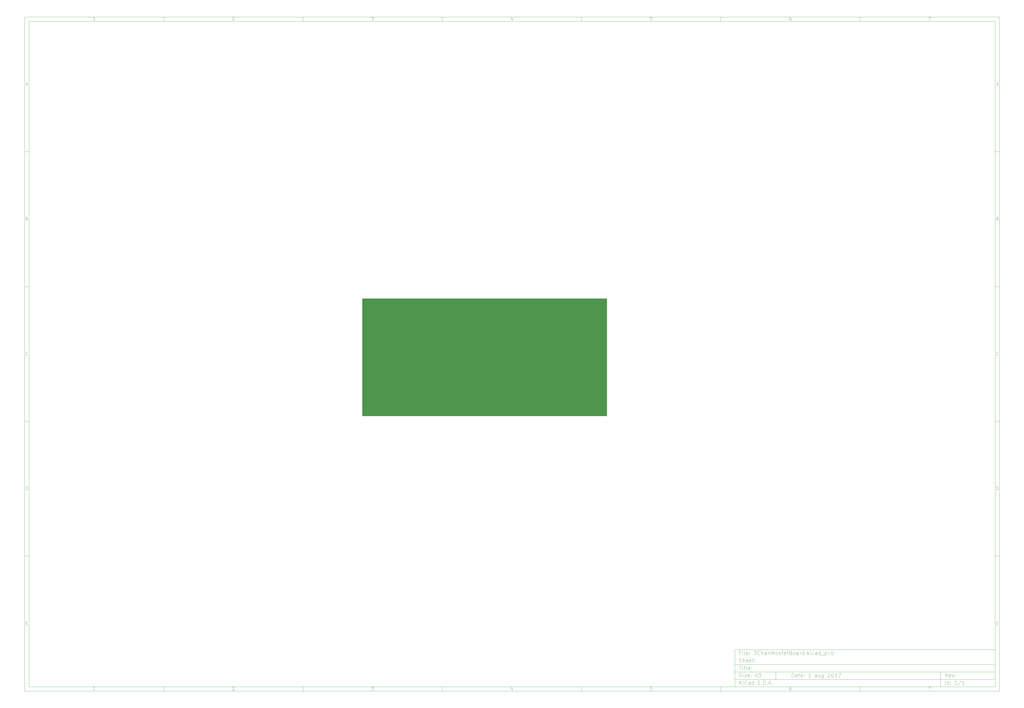
<source format=gbr>
G04 (created by PCBNEW (2013-jul-07)-stable) date Tue 01 Aug 2017 10:55:42 AM PDT*
%MOIN*%
G04 Gerber Fmt 3.4, Leading zero omitted, Abs format*
%FSLAX34Y34*%
G01*
G70*
G90*
G04 APERTURE LIST*
%ADD10C,0.00393701*%
%ADD11C,0.01*%
G04 APERTURE END LIST*
G54D10*
X4000Y-4000D02*
X161350Y-4000D01*
X161350Y-112930D01*
X4000Y-112930D01*
X4000Y-4000D01*
X4700Y-4700D02*
X160650Y-4700D01*
X160650Y-112230D01*
X4700Y-112230D01*
X4700Y-4700D01*
X26470Y-4000D02*
X26470Y-4700D01*
X15382Y-4552D02*
X15097Y-4552D01*
X15240Y-4552D02*
X15240Y-4052D01*
X15192Y-4123D01*
X15144Y-4171D01*
X15097Y-4195D01*
X26470Y-112930D02*
X26470Y-112230D01*
X15382Y-112782D02*
X15097Y-112782D01*
X15240Y-112782D02*
X15240Y-112282D01*
X15192Y-112353D01*
X15144Y-112401D01*
X15097Y-112425D01*
X48940Y-4000D02*
X48940Y-4700D01*
X37567Y-4100D02*
X37590Y-4076D01*
X37638Y-4052D01*
X37757Y-4052D01*
X37805Y-4076D01*
X37829Y-4100D01*
X37852Y-4147D01*
X37852Y-4195D01*
X37829Y-4266D01*
X37543Y-4552D01*
X37852Y-4552D01*
X48940Y-112930D02*
X48940Y-112230D01*
X37567Y-112330D02*
X37590Y-112306D01*
X37638Y-112282D01*
X37757Y-112282D01*
X37805Y-112306D01*
X37829Y-112330D01*
X37852Y-112377D01*
X37852Y-112425D01*
X37829Y-112496D01*
X37543Y-112782D01*
X37852Y-112782D01*
X71410Y-4000D02*
X71410Y-4700D01*
X60013Y-4052D02*
X60322Y-4052D01*
X60156Y-4242D01*
X60227Y-4242D01*
X60275Y-4266D01*
X60299Y-4290D01*
X60322Y-4338D01*
X60322Y-4457D01*
X60299Y-4504D01*
X60275Y-4528D01*
X60227Y-4552D01*
X60084Y-4552D01*
X60037Y-4528D01*
X60013Y-4504D01*
X71410Y-112930D02*
X71410Y-112230D01*
X60013Y-112282D02*
X60322Y-112282D01*
X60156Y-112472D01*
X60227Y-112472D01*
X60275Y-112496D01*
X60299Y-112520D01*
X60322Y-112568D01*
X60322Y-112687D01*
X60299Y-112734D01*
X60275Y-112758D01*
X60227Y-112782D01*
X60084Y-112782D01*
X60037Y-112758D01*
X60013Y-112734D01*
X93880Y-4000D02*
X93880Y-4700D01*
X82745Y-4219D02*
X82745Y-4552D01*
X82626Y-4028D02*
X82507Y-4385D01*
X82816Y-4385D01*
X93880Y-112930D02*
X93880Y-112230D01*
X82745Y-112449D02*
X82745Y-112782D01*
X82626Y-112258D02*
X82507Y-112615D01*
X82816Y-112615D01*
X116350Y-4000D02*
X116350Y-4700D01*
X105239Y-4052D02*
X105000Y-4052D01*
X104977Y-4290D01*
X105000Y-4266D01*
X105048Y-4242D01*
X105167Y-4242D01*
X105215Y-4266D01*
X105239Y-4290D01*
X105262Y-4338D01*
X105262Y-4457D01*
X105239Y-4504D01*
X105215Y-4528D01*
X105167Y-4552D01*
X105048Y-4552D01*
X105000Y-4528D01*
X104977Y-4504D01*
X116350Y-112930D02*
X116350Y-112230D01*
X105239Y-112282D02*
X105000Y-112282D01*
X104977Y-112520D01*
X105000Y-112496D01*
X105048Y-112472D01*
X105167Y-112472D01*
X105215Y-112496D01*
X105239Y-112520D01*
X105262Y-112568D01*
X105262Y-112687D01*
X105239Y-112734D01*
X105215Y-112758D01*
X105167Y-112782D01*
X105048Y-112782D01*
X105000Y-112758D01*
X104977Y-112734D01*
X138820Y-4000D02*
X138820Y-4700D01*
X127685Y-4052D02*
X127590Y-4052D01*
X127542Y-4076D01*
X127518Y-4100D01*
X127470Y-4171D01*
X127447Y-4266D01*
X127447Y-4457D01*
X127470Y-4504D01*
X127494Y-4528D01*
X127542Y-4552D01*
X127637Y-4552D01*
X127685Y-4528D01*
X127709Y-4504D01*
X127732Y-4457D01*
X127732Y-4338D01*
X127709Y-4290D01*
X127685Y-4266D01*
X127637Y-4242D01*
X127542Y-4242D01*
X127494Y-4266D01*
X127470Y-4290D01*
X127447Y-4338D01*
X138820Y-112930D02*
X138820Y-112230D01*
X127685Y-112282D02*
X127590Y-112282D01*
X127542Y-112306D01*
X127518Y-112330D01*
X127470Y-112401D01*
X127447Y-112496D01*
X127447Y-112687D01*
X127470Y-112734D01*
X127494Y-112758D01*
X127542Y-112782D01*
X127637Y-112782D01*
X127685Y-112758D01*
X127709Y-112734D01*
X127732Y-112687D01*
X127732Y-112568D01*
X127709Y-112520D01*
X127685Y-112496D01*
X127637Y-112472D01*
X127542Y-112472D01*
X127494Y-112496D01*
X127470Y-112520D01*
X127447Y-112568D01*
X149893Y-4052D02*
X150226Y-4052D01*
X150012Y-4552D01*
X149893Y-112282D02*
X150226Y-112282D01*
X150012Y-112782D01*
X4000Y-25780D02*
X4700Y-25780D01*
X4230Y-14949D02*
X4469Y-14949D01*
X4183Y-15092D02*
X4350Y-14592D01*
X4516Y-15092D01*
X161350Y-25780D02*
X160650Y-25780D01*
X160880Y-14949D02*
X161119Y-14949D01*
X160833Y-15092D02*
X161000Y-14592D01*
X161166Y-15092D01*
X4000Y-47560D02*
X4700Y-47560D01*
X4385Y-36610D02*
X4457Y-36634D01*
X4480Y-36658D01*
X4504Y-36705D01*
X4504Y-36777D01*
X4480Y-36824D01*
X4457Y-36848D01*
X4409Y-36872D01*
X4219Y-36872D01*
X4219Y-36372D01*
X4385Y-36372D01*
X4433Y-36396D01*
X4457Y-36420D01*
X4480Y-36467D01*
X4480Y-36515D01*
X4457Y-36562D01*
X4433Y-36586D01*
X4385Y-36610D01*
X4219Y-36610D01*
X161350Y-47560D02*
X160650Y-47560D01*
X161035Y-36610D02*
X161107Y-36634D01*
X161130Y-36658D01*
X161154Y-36705D01*
X161154Y-36777D01*
X161130Y-36824D01*
X161107Y-36848D01*
X161059Y-36872D01*
X160869Y-36872D01*
X160869Y-36372D01*
X161035Y-36372D01*
X161083Y-36396D01*
X161107Y-36420D01*
X161130Y-36467D01*
X161130Y-36515D01*
X161107Y-36562D01*
X161083Y-36586D01*
X161035Y-36610D01*
X160869Y-36610D01*
X4000Y-69340D02*
X4700Y-69340D01*
X4504Y-58604D02*
X4480Y-58628D01*
X4409Y-58652D01*
X4361Y-58652D01*
X4290Y-58628D01*
X4242Y-58580D01*
X4219Y-58533D01*
X4195Y-58438D01*
X4195Y-58366D01*
X4219Y-58271D01*
X4242Y-58223D01*
X4290Y-58176D01*
X4361Y-58152D01*
X4409Y-58152D01*
X4480Y-58176D01*
X4504Y-58200D01*
X161350Y-69340D02*
X160650Y-69340D01*
X161154Y-58604D02*
X161130Y-58628D01*
X161059Y-58652D01*
X161011Y-58652D01*
X160940Y-58628D01*
X160892Y-58580D01*
X160869Y-58533D01*
X160845Y-58438D01*
X160845Y-58366D01*
X160869Y-58271D01*
X160892Y-58223D01*
X160940Y-58176D01*
X161011Y-58152D01*
X161059Y-58152D01*
X161130Y-58176D01*
X161154Y-58200D01*
X4000Y-91120D02*
X4700Y-91120D01*
X4219Y-80432D02*
X4219Y-79932D01*
X4338Y-79932D01*
X4409Y-79956D01*
X4457Y-80003D01*
X4480Y-80051D01*
X4504Y-80146D01*
X4504Y-80218D01*
X4480Y-80313D01*
X4457Y-80360D01*
X4409Y-80408D01*
X4338Y-80432D01*
X4219Y-80432D01*
X161350Y-91120D02*
X160650Y-91120D01*
X160869Y-80432D02*
X160869Y-79932D01*
X160988Y-79932D01*
X161059Y-79956D01*
X161107Y-80003D01*
X161130Y-80051D01*
X161154Y-80146D01*
X161154Y-80218D01*
X161130Y-80313D01*
X161107Y-80360D01*
X161059Y-80408D01*
X160988Y-80432D01*
X160869Y-80432D01*
X4242Y-101950D02*
X4409Y-101950D01*
X4480Y-102212D02*
X4242Y-102212D01*
X4242Y-101712D01*
X4480Y-101712D01*
X160892Y-101950D02*
X161059Y-101950D01*
X161130Y-102212D02*
X160892Y-102212D01*
X160892Y-101712D01*
X161130Y-101712D01*
X127800Y-110672D02*
X127875Y-110072D01*
X128017Y-110072D01*
X128100Y-110101D01*
X128150Y-110158D01*
X128171Y-110215D01*
X128185Y-110330D01*
X128175Y-110415D01*
X128132Y-110530D01*
X128096Y-110587D01*
X128032Y-110644D01*
X127942Y-110672D01*
X127800Y-110672D01*
X128657Y-110672D02*
X128696Y-110358D01*
X128675Y-110301D01*
X128621Y-110272D01*
X128507Y-110272D01*
X128446Y-110301D01*
X128660Y-110644D02*
X128600Y-110672D01*
X128457Y-110672D01*
X128403Y-110644D01*
X128382Y-110587D01*
X128389Y-110530D01*
X128425Y-110472D01*
X128485Y-110444D01*
X128628Y-110444D01*
X128689Y-110415D01*
X128907Y-110272D02*
X129135Y-110272D01*
X129017Y-110072D02*
X128953Y-110587D01*
X128975Y-110644D01*
X129028Y-110672D01*
X129085Y-110672D01*
X129517Y-110644D02*
X129457Y-110672D01*
X129342Y-110672D01*
X129289Y-110644D01*
X129267Y-110587D01*
X129296Y-110358D01*
X129332Y-110301D01*
X129392Y-110272D01*
X129507Y-110272D01*
X129560Y-110301D01*
X129582Y-110358D01*
X129575Y-110415D01*
X129282Y-110472D01*
X129807Y-110615D02*
X129832Y-110644D01*
X129800Y-110672D01*
X129775Y-110644D01*
X129807Y-110615D01*
X129800Y-110672D01*
X129846Y-110301D02*
X129871Y-110330D01*
X129839Y-110358D01*
X129814Y-110330D01*
X129846Y-110301D01*
X129839Y-110358D01*
X130857Y-110672D02*
X130514Y-110672D01*
X130685Y-110672D02*
X130760Y-110072D01*
X130692Y-110158D01*
X130628Y-110215D01*
X130567Y-110244D01*
X131828Y-110672D02*
X131867Y-110358D01*
X131846Y-110301D01*
X131792Y-110272D01*
X131678Y-110272D01*
X131617Y-110301D01*
X131832Y-110644D02*
X131771Y-110672D01*
X131628Y-110672D01*
X131575Y-110644D01*
X131553Y-110587D01*
X131560Y-110530D01*
X131596Y-110472D01*
X131657Y-110444D01*
X131800Y-110444D01*
X131860Y-110415D01*
X132421Y-110272D02*
X132371Y-110672D01*
X132164Y-110272D02*
X132125Y-110587D01*
X132146Y-110644D01*
X132200Y-110672D01*
X132285Y-110672D01*
X132346Y-110644D01*
X132378Y-110615D01*
X132964Y-110272D02*
X132903Y-110758D01*
X132867Y-110815D01*
X132835Y-110844D01*
X132775Y-110872D01*
X132689Y-110872D01*
X132635Y-110844D01*
X132917Y-110644D02*
X132857Y-110672D01*
X132742Y-110672D01*
X132689Y-110644D01*
X132664Y-110615D01*
X132642Y-110558D01*
X132664Y-110387D01*
X132700Y-110330D01*
X132732Y-110301D01*
X132792Y-110272D01*
X132907Y-110272D01*
X132960Y-110301D01*
X133696Y-110130D02*
X133728Y-110101D01*
X133789Y-110072D01*
X133932Y-110072D01*
X133985Y-110101D01*
X134010Y-110130D01*
X134032Y-110187D01*
X134025Y-110244D01*
X133985Y-110330D01*
X133600Y-110672D01*
X133971Y-110672D01*
X134417Y-110072D02*
X134475Y-110072D01*
X134528Y-110101D01*
X134553Y-110130D01*
X134575Y-110187D01*
X134589Y-110301D01*
X134571Y-110444D01*
X134528Y-110558D01*
X134492Y-110615D01*
X134460Y-110644D01*
X134400Y-110672D01*
X134342Y-110672D01*
X134289Y-110644D01*
X134264Y-110615D01*
X134242Y-110558D01*
X134228Y-110444D01*
X134246Y-110301D01*
X134289Y-110187D01*
X134325Y-110130D01*
X134357Y-110101D01*
X134417Y-110072D01*
X135114Y-110672D02*
X134771Y-110672D01*
X134942Y-110672D02*
X135017Y-110072D01*
X134950Y-110158D01*
X134885Y-110215D01*
X134825Y-110244D01*
X135389Y-110072D02*
X135789Y-110072D01*
X135457Y-110672D01*
X119392Y-111872D02*
X119392Y-111272D01*
X119735Y-111872D02*
X119478Y-111530D01*
X119735Y-111272D02*
X119392Y-111615D01*
X119992Y-111872D02*
X119992Y-111472D01*
X119992Y-111272D02*
X119964Y-111301D01*
X119992Y-111330D01*
X120021Y-111301D01*
X119992Y-111272D01*
X119992Y-111330D01*
X120621Y-111815D02*
X120592Y-111844D01*
X120507Y-111872D01*
X120450Y-111872D01*
X120364Y-111844D01*
X120307Y-111787D01*
X120278Y-111730D01*
X120250Y-111615D01*
X120250Y-111530D01*
X120278Y-111415D01*
X120307Y-111358D01*
X120364Y-111301D01*
X120450Y-111272D01*
X120507Y-111272D01*
X120592Y-111301D01*
X120621Y-111330D01*
X121135Y-111872D02*
X121135Y-111558D01*
X121107Y-111501D01*
X121050Y-111472D01*
X120935Y-111472D01*
X120878Y-111501D01*
X121135Y-111844D02*
X121078Y-111872D01*
X120935Y-111872D01*
X120878Y-111844D01*
X120850Y-111787D01*
X120850Y-111730D01*
X120878Y-111672D01*
X120935Y-111644D01*
X121078Y-111644D01*
X121135Y-111615D01*
X121678Y-111872D02*
X121678Y-111272D01*
X121678Y-111844D02*
X121621Y-111872D01*
X121507Y-111872D01*
X121450Y-111844D01*
X121421Y-111815D01*
X121392Y-111758D01*
X121392Y-111587D01*
X121421Y-111530D01*
X121450Y-111501D01*
X121507Y-111472D01*
X121621Y-111472D01*
X121678Y-111501D01*
X122421Y-111558D02*
X122621Y-111558D01*
X122707Y-111872D02*
X122421Y-111872D01*
X122421Y-111272D01*
X122707Y-111272D01*
X122964Y-111815D02*
X122992Y-111844D01*
X122964Y-111872D01*
X122935Y-111844D01*
X122964Y-111815D01*
X122964Y-111872D01*
X123249Y-111872D02*
X123249Y-111272D01*
X123392Y-111272D01*
X123478Y-111301D01*
X123535Y-111358D01*
X123564Y-111415D01*
X123592Y-111530D01*
X123592Y-111615D01*
X123564Y-111730D01*
X123535Y-111787D01*
X123478Y-111844D01*
X123392Y-111872D01*
X123249Y-111872D01*
X123849Y-111815D02*
X123878Y-111844D01*
X123849Y-111872D01*
X123821Y-111844D01*
X123849Y-111815D01*
X123849Y-111872D01*
X124107Y-111701D02*
X124392Y-111701D01*
X124049Y-111872D02*
X124249Y-111272D01*
X124449Y-111872D01*
X124649Y-111815D02*
X124678Y-111844D01*
X124649Y-111872D01*
X124621Y-111844D01*
X124649Y-111815D01*
X124649Y-111872D01*
X152942Y-110672D02*
X152778Y-110387D01*
X152600Y-110672D02*
X152675Y-110072D01*
X152903Y-110072D01*
X152957Y-110101D01*
X152982Y-110130D01*
X153003Y-110187D01*
X152992Y-110272D01*
X152957Y-110330D01*
X152925Y-110358D01*
X152864Y-110387D01*
X152635Y-110387D01*
X153432Y-110644D02*
X153371Y-110672D01*
X153257Y-110672D01*
X153203Y-110644D01*
X153182Y-110587D01*
X153210Y-110358D01*
X153246Y-110301D01*
X153307Y-110272D01*
X153421Y-110272D01*
X153475Y-110301D01*
X153496Y-110358D01*
X153489Y-110415D01*
X153196Y-110472D01*
X153707Y-110272D02*
X153800Y-110672D01*
X153992Y-110272D01*
X154178Y-110615D02*
X154203Y-110644D01*
X154171Y-110672D01*
X154146Y-110644D01*
X154178Y-110615D01*
X154171Y-110672D01*
X154217Y-110301D02*
X154242Y-110330D01*
X154210Y-110358D01*
X154185Y-110330D01*
X154217Y-110301D01*
X154210Y-110358D01*
X119364Y-110644D02*
X119450Y-110672D01*
X119592Y-110672D01*
X119650Y-110644D01*
X119678Y-110615D01*
X119707Y-110558D01*
X119707Y-110501D01*
X119678Y-110444D01*
X119650Y-110415D01*
X119592Y-110387D01*
X119478Y-110358D01*
X119421Y-110330D01*
X119392Y-110301D01*
X119364Y-110244D01*
X119364Y-110187D01*
X119392Y-110130D01*
X119421Y-110101D01*
X119478Y-110072D01*
X119621Y-110072D01*
X119707Y-110101D01*
X119964Y-110672D02*
X119964Y-110272D01*
X119964Y-110072D02*
X119935Y-110101D01*
X119964Y-110130D01*
X119992Y-110101D01*
X119964Y-110072D01*
X119964Y-110130D01*
X120192Y-110272D02*
X120507Y-110272D01*
X120192Y-110672D01*
X120507Y-110672D01*
X120964Y-110644D02*
X120907Y-110672D01*
X120792Y-110672D01*
X120735Y-110644D01*
X120707Y-110587D01*
X120707Y-110358D01*
X120735Y-110301D01*
X120792Y-110272D01*
X120907Y-110272D01*
X120964Y-110301D01*
X120992Y-110358D01*
X120992Y-110415D01*
X120707Y-110472D01*
X121250Y-110615D02*
X121278Y-110644D01*
X121250Y-110672D01*
X121221Y-110644D01*
X121250Y-110615D01*
X121250Y-110672D01*
X121250Y-110301D02*
X121278Y-110330D01*
X121250Y-110358D01*
X121221Y-110330D01*
X121250Y-110301D01*
X121250Y-110358D01*
X121964Y-110501D02*
X122250Y-110501D01*
X121907Y-110672D02*
X122107Y-110072D01*
X122307Y-110672D01*
X122450Y-110072D02*
X122821Y-110072D01*
X122621Y-110301D01*
X122707Y-110301D01*
X122764Y-110330D01*
X122792Y-110358D01*
X122821Y-110415D01*
X122821Y-110558D01*
X122792Y-110615D01*
X122764Y-110644D01*
X122707Y-110672D01*
X122535Y-110672D01*
X122478Y-110644D01*
X122450Y-110615D01*
X152592Y-111872D02*
X152592Y-111272D01*
X153135Y-111872D02*
X153135Y-111272D01*
X153135Y-111844D02*
X153078Y-111872D01*
X152964Y-111872D01*
X152907Y-111844D01*
X152878Y-111815D01*
X152850Y-111758D01*
X152850Y-111587D01*
X152878Y-111530D01*
X152907Y-111501D01*
X152964Y-111472D01*
X153078Y-111472D01*
X153135Y-111501D01*
X153421Y-111815D02*
X153450Y-111844D01*
X153421Y-111872D01*
X153392Y-111844D01*
X153421Y-111815D01*
X153421Y-111872D01*
X153421Y-111501D02*
X153450Y-111530D01*
X153421Y-111558D01*
X153392Y-111530D01*
X153421Y-111501D01*
X153421Y-111558D01*
X154478Y-111872D02*
X154135Y-111872D01*
X154307Y-111872D02*
X154307Y-111272D01*
X154249Y-111358D01*
X154192Y-111415D01*
X154135Y-111444D01*
X155164Y-111244D02*
X154650Y-112015D01*
X155678Y-111872D02*
X155335Y-111872D01*
X155507Y-111872D02*
X155507Y-111272D01*
X155449Y-111358D01*
X155392Y-111415D01*
X155335Y-111444D01*
X119389Y-108872D02*
X119732Y-108872D01*
X119485Y-109472D02*
X119560Y-108872D01*
X119857Y-109472D02*
X119907Y-109072D01*
X119932Y-108872D02*
X119900Y-108901D01*
X119925Y-108930D01*
X119957Y-108901D01*
X119932Y-108872D01*
X119925Y-108930D01*
X120107Y-109072D02*
X120335Y-109072D01*
X120217Y-108872D02*
X120153Y-109387D01*
X120175Y-109444D01*
X120228Y-109472D01*
X120285Y-109472D01*
X120571Y-109472D02*
X120517Y-109444D01*
X120496Y-109387D01*
X120560Y-108872D01*
X121032Y-109444D02*
X120971Y-109472D01*
X120857Y-109472D01*
X120803Y-109444D01*
X120782Y-109387D01*
X120810Y-109158D01*
X120846Y-109101D01*
X120907Y-109072D01*
X121021Y-109072D01*
X121075Y-109101D01*
X121096Y-109158D01*
X121089Y-109215D01*
X120796Y-109272D01*
X121321Y-109415D02*
X121346Y-109444D01*
X121314Y-109472D01*
X121289Y-109444D01*
X121321Y-109415D01*
X121314Y-109472D01*
X121360Y-109101D02*
X121385Y-109130D01*
X121353Y-109158D01*
X121328Y-109130D01*
X121360Y-109101D01*
X121353Y-109158D01*
X119592Y-106758D02*
X119392Y-106758D01*
X119392Y-107072D02*
X119392Y-106472D01*
X119678Y-106472D01*
X119907Y-107072D02*
X119907Y-106672D01*
X119907Y-106472D02*
X119878Y-106501D01*
X119907Y-106530D01*
X119935Y-106501D01*
X119907Y-106472D01*
X119907Y-106530D01*
X120278Y-107072D02*
X120221Y-107044D01*
X120192Y-106987D01*
X120192Y-106472D01*
X120735Y-107044D02*
X120678Y-107072D01*
X120564Y-107072D01*
X120507Y-107044D01*
X120478Y-106987D01*
X120478Y-106758D01*
X120507Y-106701D01*
X120564Y-106672D01*
X120678Y-106672D01*
X120735Y-106701D01*
X120764Y-106758D01*
X120764Y-106815D01*
X120478Y-106872D01*
X121021Y-107015D02*
X121050Y-107044D01*
X121021Y-107072D01*
X120992Y-107044D01*
X121021Y-107015D01*
X121021Y-107072D01*
X121021Y-106701D02*
X121050Y-106730D01*
X121021Y-106758D01*
X120992Y-106730D01*
X121021Y-106701D01*
X121021Y-106758D01*
X121707Y-106472D02*
X122078Y-106472D01*
X121878Y-106701D01*
X121964Y-106701D01*
X122021Y-106730D01*
X122050Y-106758D01*
X122078Y-106815D01*
X122078Y-106958D01*
X122050Y-107015D01*
X122021Y-107044D01*
X121964Y-107072D01*
X121792Y-107072D01*
X121735Y-107044D01*
X121707Y-107015D01*
X122678Y-107015D02*
X122650Y-107044D01*
X122564Y-107072D01*
X122507Y-107072D01*
X122421Y-107044D01*
X122364Y-106987D01*
X122335Y-106930D01*
X122307Y-106815D01*
X122307Y-106730D01*
X122335Y-106615D01*
X122364Y-106558D01*
X122421Y-106501D01*
X122507Y-106472D01*
X122564Y-106472D01*
X122650Y-106501D01*
X122678Y-106530D01*
X122935Y-107072D02*
X122935Y-106472D01*
X123192Y-107072D02*
X123192Y-106758D01*
X123164Y-106701D01*
X123107Y-106672D01*
X123021Y-106672D01*
X122964Y-106701D01*
X122935Y-106730D01*
X123735Y-107072D02*
X123735Y-106758D01*
X123707Y-106701D01*
X123650Y-106672D01*
X123535Y-106672D01*
X123478Y-106701D01*
X123735Y-107044D02*
X123678Y-107072D01*
X123535Y-107072D01*
X123478Y-107044D01*
X123450Y-106987D01*
X123450Y-106930D01*
X123478Y-106872D01*
X123535Y-106844D01*
X123678Y-106844D01*
X123735Y-106815D01*
X124021Y-106672D02*
X124021Y-107072D01*
X124021Y-106730D02*
X124050Y-106701D01*
X124107Y-106672D01*
X124192Y-106672D01*
X124250Y-106701D01*
X124278Y-106758D01*
X124278Y-107072D01*
X124564Y-107072D02*
X124564Y-106472D01*
X124764Y-106901D01*
X124964Y-106472D01*
X124964Y-107072D01*
X125335Y-107072D02*
X125278Y-107044D01*
X125250Y-107015D01*
X125221Y-106958D01*
X125221Y-106787D01*
X125250Y-106730D01*
X125278Y-106701D01*
X125335Y-106672D01*
X125421Y-106672D01*
X125478Y-106701D01*
X125507Y-106730D01*
X125535Y-106787D01*
X125535Y-106958D01*
X125507Y-107015D01*
X125478Y-107044D01*
X125421Y-107072D01*
X125335Y-107072D01*
X125764Y-107044D02*
X125821Y-107072D01*
X125935Y-107072D01*
X125992Y-107044D01*
X126021Y-106987D01*
X126021Y-106958D01*
X125992Y-106901D01*
X125935Y-106872D01*
X125850Y-106872D01*
X125792Y-106844D01*
X125764Y-106787D01*
X125764Y-106758D01*
X125792Y-106701D01*
X125850Y-106672D01*
X125935Y-106672D01*
X125992Y-106701D01*
X126192Y-106672D02*
X126421Y-106672D01*
X126278Y-107072D02*
X126278Y-106558D01*
X126307Y-106501D01*
X126364Y-106472D01*
X126421Y-106472D01*
X126850Y-107044D02*
X126792Y-107072D01*
X126678Y-107072D01*
X126621Y-107044D01*
X126592Y-106987D01*
X126592Y-106758D01*
X126621Y-106701D01*
X126678Y-106672D01*
X126792Y-106672D01*
X126850Y-106701D01*
X126878Y-106758D01*
X126878Y-106815D01*
X126592Y-106872D01*
X127050Y-106672D02*
X127278Y-106672D01*
X127135Y-106472D02*
X127135Y-106987D01*
X127164Y-107044D01*
X127221Y-107072D01*
X127278Y-107072D01*
X127678Y-106758D02*
X127764Y-106787D01*
X127792Y-106815D01*
X127821Y-106872D01*
X127821Y-106958D01*
X127792Y-107015D01*
X127764Y-107044D01*
X127707Y-107072D01*
X127478Y-107072D01*
X127478Y-106472D01*
X127678Y-106472D01*
X127735Y-106501D01*
X127764Y-106530D01*
X127792Y-106587D01*
X127792Y-106644D01*
X127764Y-106701D01*
X127735Y-106730D01*
X127678Y-106758D01*
X127478Y-106758D01*
X128164Y-107072D02*
X128107Y-107044D01*
X128078Y-107015D01*
X128050Y-106958D01*
X128050Y-106787D01*
X128078Y-106730D01*
X128107Y-106701D01*
X128164Y-106672D01*
X128250Y-106672D01*
X128307Y-106701D01*
X128335Y-106730D01*
X128364Y-106787D01*
X128364Y-106958D01*
X128335Y-107015D01*
X128307Y-107044D01*
X128250Y-107072D01*
X128164Y-107072D01*
X128878Y-107072D02*
X128878Y-106758D01*
X128850Y-106701D01*
X128792Y-106672D01*
X128678Y-106672D01*
X128621Y-106701D01*
X128878Y-107044D02*
X128821Y-107072D01*
X128678Y-107072D01*
X128621Y-107044D01*
X128592Y-106987D01*
X128592Y-106930D01*
X128621Y-106872D01*
X128678Y-106844D01*
X128821Y-106844D01*
X128878Y-106815D01*
X129164Y-107072D02*
X129164Y-106672D01*
X129164Y-106787D02*
X129192Y-106730D01*
X129221Y-106701D01*
X129278Y-106672D01*
X129335Y-106672D01*
X129792Y-107072D02*
X129792Y-106472D01*
X129792Y-107044D02*
X129735Y-107072D01*
X129621Y-107072D01*
X129564Y-107044D01*
X129535Y-107015D01*
X129507Y-106958D01*
X129507Y-106787D01*
X129535Y-106730D01*
X129564Y-106701D01*
X129621Y-106672D01*
X129735Y-106672D01*
X129792Y-106701D01*
X130078Y-107015D02*
X130107Y-107044D01*
X130078Y-107072D01*
X130050Y-107044D01*
X130078Y-107015D01*
X130078Y-107072D01*
X130364Y-107072D02*
X130364Y-106472D01*
X130421Y-106844D02*
X130592Y-107072D01*
X130592Y-106672D02*
X130364Y-106901D01*
X130849Y-107072D02*
X130849Y-106672D01*
X130849Y-106472D02*
X130821Y-106501D01*
X130849Y-106530D01*
X130878Y-106501D01*
X130849Y-106472D01*
X130849Y-106530D01*
X131392Y-107044D02*
X131335Y-107072D01*
X131221Y-107072D01*
X131164Y-107044D01*
X131135Y-107015D01*
X131107Y-106958D01*
X131107Y-106787D01*
X131135Y-106730D01*
X131164Y-106701D01*
X131221Y-106672D01*
X131335Y-106672D01*
X131392Y-106701D01*
X131907Y-107072D02*
X131907Y-106758D01*
X131878Y-106701D01*
X131821Y-106672D01*
X131707Y-106672D01*
X131649Y-106701D01*
X131907Y-107044D02*
X131849Y-107072D01*
X131707Y-107072D01*
X131649Y-107044D01*
X131621Y-106987D01*
X131621Y-106930D01*
X131649Y-106872D01*
X131707Y-106844D01*
X131849Y-106844D01*
X131907Y-106815D01*
X132449Y-107072D02*
X132449Y-106472D01*
X132449Y-107044D02*
X132392Y-107072D01*
X132278Y-107072D01*
X132221Y-107044D01*
X132192Y-107015D01*
X132164Y-106958D01*
X132164Y-106787D01*
X132192Y-106730D01*
X132221Y-106701D01*
X132278Y-106672D01*
X132392Y-106672D01*
X132449Y-106701D01*
X132592Y-107130D02*
X133049Y-107130D01*
X133192Y-106672D02*
X133192Y-107272D01*
X133192Y-106701D02*
X133249Y-106672D01*
X133364Y-106672D01*
X133421Y-106701D01*
X133449Y-106730D01*
X133478Y-106787D01*
X133478Y-106958D01*
X133449Y-107015D01*
X133421Y-107044D01*
X133364Y-107072D01*
X133249Y-107072D01*
X133192Y-107044D01*
X133992Y-107044D02*
X133935Y-107072D01*
X133821Y-107072D01*
X133764Y-107044D01*
X133735Y-107015D01*
X133707Y-106958D01*
X133707Y-106787D01*
X133735Y-106730D01*
X133764Y-106701D01*
X133821Y-106672D01*
X133935Y-106672D01*
X133992Y-106701D01*
X134249Y-107072D02*
X134249Y-106472D01*
X134249Y-106701D02*
X134307Y-106672D01*
X134421Y-106672D01*
X134478Y-106701D01*
X134507Y-106730D01*
X134535Y-106787D01*
X134535Y-106958D01*
X134507Y-107015D01*
X134478Y-107044D01*
X134421Y-107072D01*
X134307Y-107072D01*
X134249Y-107044D01*
X119364Y-108244D02*
X119450Y-108272D01*
X119592Y-108272D01*
X119650Y-108244D01*
X119678Y-108215D01*
X119707Y-108158D01*
X119707Y-108101D01*
X119678Y-108044D01*
X119650Y-108015D01*
X119592Y-107987D01*
X119478Y-107958D01*
X119421Y-107930D01*
X119392Y-107901D01*
X119364Y-107844D01*
X119364Y-107787D01*
X119392Y-107730D01*
X119421Y-107701D01*
X119478Y-107672D01*
X119621Y-107672D01*
X119707Y-107701D01*
X119964Y-108272D02*
X119964Y-107672D01*
X120221Y-108272D02*
X120221Y-107958D01*
X120192Y-107901D01*
X120135Y-107872D01*
X120050Y-107872D01*
X119992Y-107901D01*
X119964Y-107930D01*
X120735Y-108244D02*
X120678Y-108272D01*
X120564Y-108272D01*
X120507Y-108244D01*
X120478Y-108187D01*
X120478Y-107958D01*
X120507Y-107901D01*
X120564Y-107872D01*
X120678Y-107872D01*
X120735Y-107901D01*
X120764Y-107958D01*
X120764Y-108015D01*
X120478Y-108072D01*
X121250Y-108244D02*
X121192Y-108272D01*
X121078Y-108272D01*
X121021Y-108244D01*
X120992Y-108187D01*
X120992Y-107958D01*
X121021Y-107901D01*
X121078Y-107872D01*
X121192Y-107872D01*
X121250Y-107901D01*
X121278Y-107958D01*
X121278Y-108015D01*
X120992Y-108072D01*
X121450Y-107872D02*
X121678Y-107872D01*
X121535Y-107672D02*
X121535Y-108187D01*
X121564Y-108244D01*
X121621Y-108272D01*
X121678Y-108272D01*
X121878Y-108215D02*
X121907Y-108244D01*
X121878Y-108272D01*
X121850Y-108244D01*
X121878Y-108215D01*
X121878Y-108272D01*
X121878Y-107901D02*
X121907Y-107930D01*
X121878Y-107958D01*
X121850Y-107930D01*
X121878Y-107901D01*
X121878Y-107958D01*
X118650Y-106230D02*
X118650Y-112230D01*
X118650Y-106230D02*
X160650Y-106230D01*
X118650Y-106230D02*
X160650Y-106230D01*
X118650Y-108630D02*
X160650Y-108630D01*
X151850Y-109830D02*
X151850Y-112230D01*
X118650Y-111030D02*
X160650Y-111030D01*
X118650Y-109830D02*
X160650Y-109830D01*
X125250Y-109830D02*
X125250Y-111030D01*
X58500Y-68500D02*
G75*
G03X58500Y-68500I0J0D01*
G74*
G01*
X58499Y-68500D02*
X58500Y-68500D01*
X58500Y-68499D02*
X58500Y-68500D01*
G36*
X97950Y-68450D02*
X58550Y-68450D01*
X58550Y-49550D01*
X97950Y-49550D01*
X97950Y-68450D01*
X97950Y-68450D01*
G37*
G54D11*
X97950Y-68450D02*
X58550Y-68450D01*
X58550Y-49550D01*
X97950Y-49550D01*
X97950Y-68450D01*
M02*

</source>
